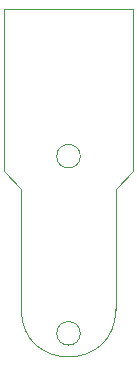
<source format=gbr>
%TF.GenerationSoftware,KiCad,Pcbnew,8.0.9*%
%TF.CreationDate,2025-06-15T02:31:13+09:00*%
%TF.ProjectId,ARTEMIS_ENC_AK,41525445-4d49-4535-9f45-4e435f414b2e,rev?*%
%TF.SameCoordinates,Original*%
%TF.FileFunction,Profile,NP*%
%FSLAX46Y46*%
G04 Gerber Fmt 4.6, Leading zero omitted, Abs format (unit mm)*
G04 Created by KiCad (PCBNEW 8.0.9) date 2025-06-15 02:31:13*
%MOMM*%
%LPD*%
G01*
G04 APERTURE LIST*
%TA.AperFunction,Profile*%
%ADD10C,0.050000*%
%TD*%
G04 APERTURE END LIST*
D10*
X52000000Y-58500000D02*
G75*
G02*
X44000000Y-58500000I-4000000J0D01*
G01*
X52000000Y-48250000D02*
X53500000Y-46750000D01*
X49000000Y-60500000D02*
G75*
G02*
X47000000Y-60500000I-1000000J0D01*
G01*
X47000000Y-60500000D02*
G75*
G02*
X49000000Y-60500000I1000000J0D01*
G01*
X52000000Y-58500000D02*
X52000000Y-48250000D01*
X53500000Y-46750000D02*
X53500000Y-33000000D01*
X42500000Y-46750000D02*
X44000000Y-48250000D01*
X49000000Y-45500000D02*
G75*
G02*
X47000000Y-45500000I-1000000J0D01*
G01*
X47000000Y-45500000D02*
G75*
G02*
X49000000Y-45500000I1000000J0D01*
G01*
X42500000Y-33000000D02*
X42500000Y-46750000D01*
X44000000Y-48250000D02*
X44000000Y-58500000D01*
X53500000Y-33000000D02*
X42500000Y-33000000D01*
M02*

</source>
